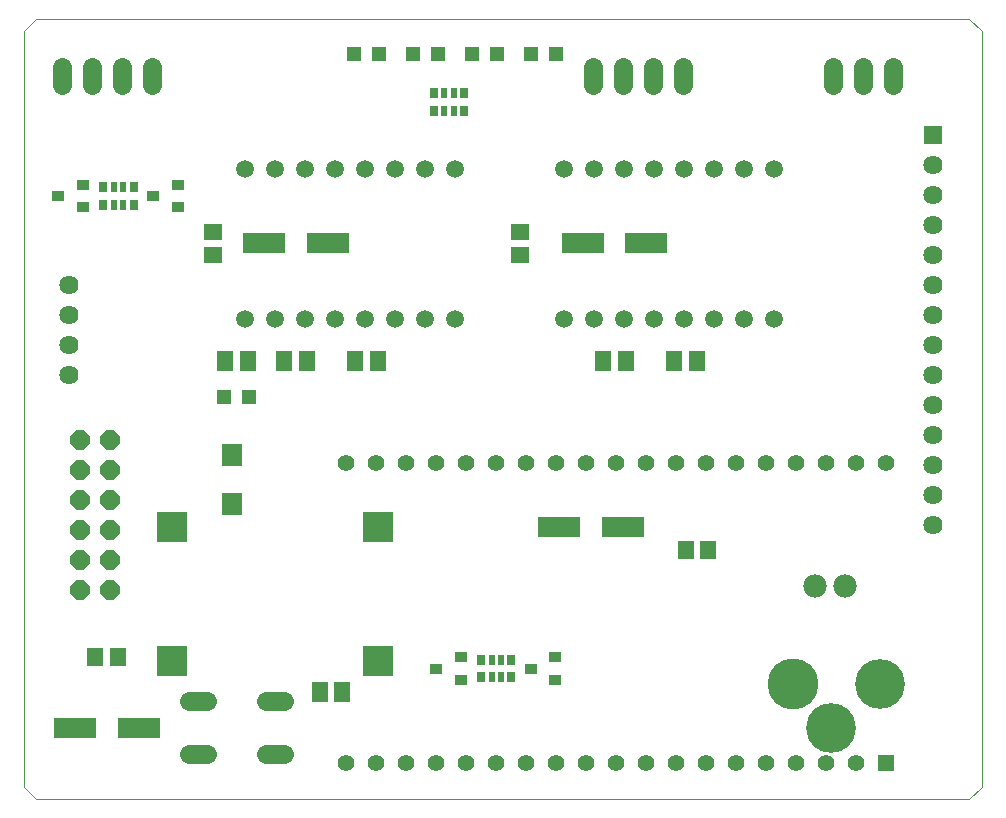
<source format=gts>
G75*
%MOIN*%
%OFA0B0*%
%FSLAX25Y25*%
%IPPOS*%
%LPD*%
%AMOC8*
5,1,8,0,0,1.08239X$1,22.5*
%
%ADD10C,0.00000*%
%ADD11C,0.06400*%
%ADD12R,0.06400X0.06400*%
%ADD13R,0.05550X0.05550*%
%ADD14C,0.05550*%
%ADD15C,0.05943*%
%ADD16R,0.05124X0.05124*%
%ADD17R,0.05518X0.06699*%
%ADD18R,0.06306X0.05518*%
%ADD19R,0.14180X0.06699*%
%ADD20C,0.16998*%
%ADD21C,0.16600*%
%ADD22C,0.07800*%
%ADD23R,0.05518X0.06306*%
%ADD24R,0.10400X0.10400*%
%ADD25C,0.06337*%
%ADD26C,0.06400*%
%ADD27R,0.07093X0.07487*%
%ADD28OC8,0.06400*%
%ADD29R,0.03943X0.03550*%
%ADD30R,0.02762X0.03550*%
%ADD31R,0.02369X0.03550*%
D10*
X0001000Y0004937D02*
X0001000Y0256906D01*
X0004937Y0260843D01*
X0315961Y0260843D01*
X0320409Y0256906D01*
X0320409Y0004937D01*
X0315961Y0001000D01*
X0004937Y0001000D01*
X0001000Y0004937D01*
D11*
X0016039Y0142063D03*
X0016039Y0152063D03*
X0016039Y0162063D03*
X0016039Y0172063D03*
X0304150Y0172063D03*
X0304150Y0182063D03*
X0304150Y0192063D03*
X0304150Y0202063D03*
X0304150Y0212063D03*
X0304150Y0162063D03*
X0304150Y0152063D03*
X0304150Y0142063D03*
X0304150Y0132063D03*
X0304150Y0122063D03*
X0304150Y0112063D03*
X0304150Y0102063D03*
X0304150Y0092063D03*
D12*
X0304150Y0222063D03*
D13*
X0288402Y0012811D03*
D14*
X0278402Y0012811D03*
X0268402Y0012811D03*
X0258402Y0012811D03*
X0248402Y0012811D03*
X0238402Y0012811D03*
X0228402Y0012811D03*
X0218402Y0012811D03*
X0208402Y0012811D03*
X0198402Y0012811D03*
X0188402Y0012811D03*
X0178402Y0012811D03*
X0168402Y0012811D03*
X0158402Y0012811D03*
X0148402Y0012811D03*
X0138402Y0012811D03*
X0128402Y0012811D03*
X0118402Y0012811D03*
X0108402Y0012811D03*
X0108402Y0112811D03*
X0118402Y0112811D03*
X0128402Y0112811D03*
X0138402Y0112811D03*
X0148402Y0112811D03*
X0158402Y0112811D03*
X0168402Y0112811D03*
X0178402Y0112811D03*
X0188402Y0112811D03*
X0198402Y0112811D03*
X0208402Y0112811D03*
X0218402Y0112811D03*
X0228402Y0112811D03*
X0238402Y0112811D03*
X0248402Y0112811D03*
X0258402Y0112811D03*
X0268402Y0112811D03*
X0278402Y0112811D03*
X0288402Y0112811D03*
D15*
X0251039Y0160724D03*
X0241039Y0160724D03*
X0231039Y0160724D03*
X0221039Y0160724D03*
X0211039Y0160724D03*
X0201039Y0160724D03*
X0191039Y0160724D03*
X0181039Y0160724D03*
X0144740Y0160724D03*
X0134740Y0160724D03*
X0124740Y0160724D03*
X0114740Y0160724D03*
X0104740Y0160724D03*
X0094740Y0160724D03*
X0084740Y0160724D03*
X0074740Y0160724D03*
X0074740Y0210724D03*
X0084740Y0210724D03*
X0094740Y0210724D03*
X0104740Y0210724D03*
X0114740Y0210724D03*
X0124740Y0210724D03*
X0134740Y0210724D03*
X0144740Y0210724D03*
X0181039Y0210724D03*
X0191039Y0210724D03*
X0201039Y0210724D03*
X0211039Y0210724D03*
X0221039Y0210724D03*
X0231039Y0210724D03*
X0241039Y0210724D03*
X0251039Y0210724D03*
D16*
X0178362Y0249031D03*
X0170094Y0249031D03*
X0158677Y0249031D03*
X0150409Y0249031D03*
X0138992Y0249031D03*
X0130724Y0249031D03*
X0119307Y0249031D03*
X0111039Y0249031D03*
X0076000Y0134858D03*
X0067732Y0134858D03*
D17*
X0068126Y0146669D03*
X0075606Y0146669D03*
X0087811Y0146669D03*
X0095291Y0146669D03*
X0111433Y0146669D03*
X0118913Y0146669D03*
X0194110Y0146669D03*
X0201591Y0146669D03*
X0217732Y0146669D03*
X0225213Y0146669D03*
X0107102Y0036433D03*
X0099622Y0036433D03*
D18*
X0063992Y0182299D03*
X0063992Y0189780D03*
X0166354Y0189780D03*
X0166354Y0182299D03*
D19*
X0187220Y0186039D03*
X0208480Y0186039D03*
X0200606Y0091551D03*
X0179346Y0091551D03*
X0102181Y0186039D03*
X0080921Y0186039D03*
X0039189Y0024622D03*
X0017929Y0024622D03*
D20*
X0257387Y0039189D03*
D21*
X0269898Y0024380D03*
X0286209Y0039089D03*
D22*
X0274780Y0071866D03*
X0264780Y0071866D03*
D23*
X0229150Y0083677D03*
X0221669Y0083677D03*
X0032299Y0048244D03*
X0024819Y0048244D03*
D24*
X0050213Y0046669D03*
X0050213Y0091551D03*
X0119110Y0091551D03*
X0119110Y0046669D03*
D25*
X0087630Y0033480D02*
X0081693Y0033480D01*
X0081693Y0015764D02*
X0087630Y0015764D01*
X0062039Y0015764D02*
X0056102Y0015764D01*
X0056102Y0033480D02*
X0062039Y0033480D01*
D26*
X0043559Y0238906D02*
X0043559Y0244906D01*
X0033559Y0244906D02*
X0033559Y0238906D01*
X0023559Y0238906D02*
X0023559Y0244906D01*
X0013559Y0244906D02*
X0013559Y0238906D01*
X0190724Y0238906D02*
X0190724Y0244906D01*
X0200724Y0244906D02*
X0200724Y0238906D01*
X0210724Y0238906D02*
X0210724Y0244906D01*
X0220724Y0244906D02*
X0220724Y0238906D01*
X0270528Y0238906D02*
X0270528Y0244906D01*
X0280528Y0244906D02*
X0280528Y0238906D01*
X0290528Y0238906D02*
X0290528Y0244906D01*
D27*
X0070291Y0115370D03*
X0070291Y0099228D03*
D28*
X0029622Y0100488D03*
X0029622Y0090488D03*
X0029622Y0080488D03*
X0019622Y0080488D03*
X0019622Y0090488D03*
X0019622Y0100488D03*
X0019622Y0110488D03*
X0029622Y0110488D03*
X0029622Y0120488D03*
X0019622Y0120488D03*
X0019622Y0070488D03*
X0029622Y0070488D03*
D29*
X0138402Y0044307D03*
X0146669Y0040567D03*
X0146669Y0048047D03*
X0169898Y0044307D03*
X0178165Y0040567D03*
X0178165Y0048047D03*
X0052181Y0198047D03*
X0052181Y0205528D03*
X0043913Y0201787D03*
X0020685Y0198047D03*
X0020685Y0205528D03*
X0012417Y0201787D03*
D30*
X0027476Y0198835D03*
X0027476Y0204740D03*
X0037516Y0204740D03*
X0037516Y0198835D03*
X0137713Y0230331D03*
X0137713Y0236236D03*
X0147752Y0236236D03*
X0147752Y0230331D03*
X0153461Y0047260D03*
X0153461Y0041354D03*
X0163500Y0041354D03*
X0163500Y0047260D03*
D31*
X0160055Y0047260D03*
X0156906Y0047260D03*
X0156906Y0041354D03*
X0160055Y0041354D03*
X0034071Y0198835D03*
X0030921Y0198835D03*
X0030921Y0204740D03*
X0034071Y0204740D03*
X0141157Y0230331D03*
X0144307Y0230331D03*
X0144307Y0236236D03*
X0141157Y0236236D03*
M02*

</source>
